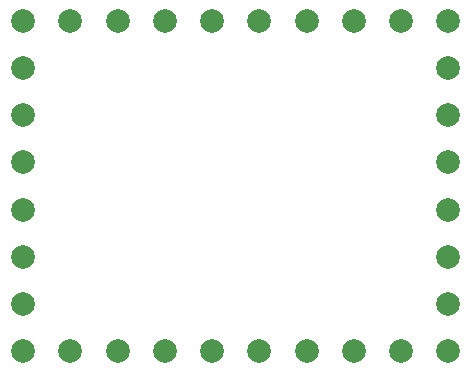
<source format=gtp>
%TF.GenerationSoftware,KiCad,Pcbnew,7.0.6*%
%TF.CreationDate,2023-08-02T14:21:59+01:00*%
%TF.ProjectId,Outline,4f75746c-696e-4652-9e6b-696361645f70,rev?*%
%TF.SameCoordinates,Original*%
%TF.FileFunction,Paste,Top*%
%TF.FilePolarity,Positive*%
%FSLAX46Y46*%
G04 Gerber Fmt 4.6, Leading zero omitted, Abs format (unit mm)*
G04 Created by KiCad (PCBNEW 7.0.6) date 2023-08-02 14:21:59*
%MOMM*%
%LPD*%
G01*
G04 APERTURE LIST*
%ADD10C,2.000000*%
G04 APERTURE END LIST*
D10*
%TO.C,REF\u002A\u002A*%
X37465000Y-24130000D03*
X37465000Y-24130000D03*
X37465000Y-28130000D03*
X37465000Y-32130000D03*
X37465000Y-36130000D03*
X37465000Y-40130000D03*
X37465000Y-44130000D03*
X37465000Y-48130000D03*
X37465000Y-52130000D03*
X41465000Y-24130000D03*
X41465000Y-52130000D03*
X45465000Y-24130000D03*
X45465000Y-52130000D03*
X49465000Y-24130000D03*
X49465000Y-52130000D03*
X53465000Y-24130000D03*
X53465000Y-52130000D03*
X57465000Y-24130000D03*
X57465000Y-52130000D03*
X61465000Y-24130000D03*
X61465000Y-52130000D03*
X65465000Y-24130000D03*
X65465000Y-52130000D03*
X69465000Y-24130000D03*
X69465000Y-52130000D03*
X73465000Y-24130000D03*
X73465000Y-28130000D03*
X73465000Y-32130000D03*
X73465000Y-36130000D03*
X73465000Y-40130000D03*
X73465000Y-44130000D03*
X73465000Y-48130000D03*
X73465000Y-52130000D03*
%TD*%
M02*

</source>
